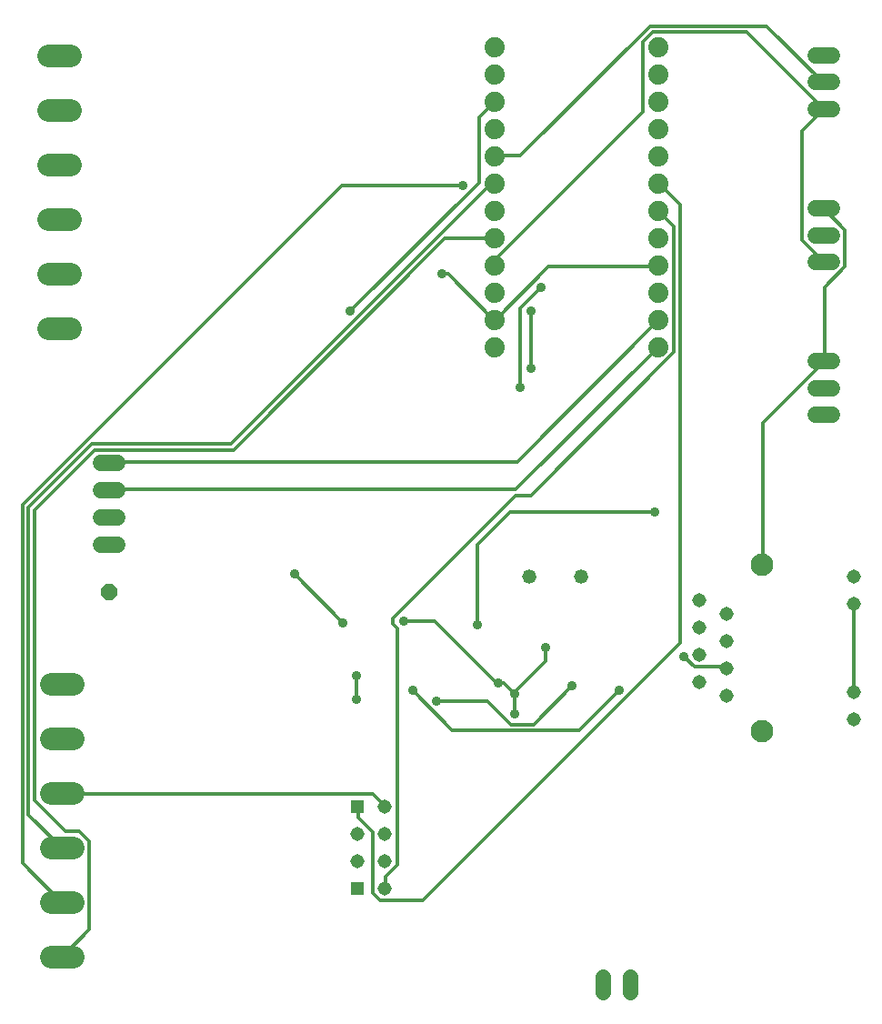
<source format=gbr>
G04 EAGLE Gerber RS-274X export*
G75*
%MOMM*%
%FSLAX34Y34*%
%LPD*%
%AMOC8*
5,1,8,0,0,1.08239X$1,22.5*%
G01*
%ADD10C,1.422400*%
%ADD11C,1.524000*%
%ADD12R,1.308000X1.308000*%
%ADD13C,1.308000*%
%ADD14C,1.879600*%
%ADD15C,2.095500*%
%ADD16C,1.320800*%
%ADD17C,2.100000*%
%ADD18P,1.632244X8X292.500000*%
%ADD19C,0.300000*%
%ADD20C,0.906400*%


D10*
X600200Y32888D02*
X600200Y47112D01*
X574800Y47112D02*
X574800Y32888D01*
D11*
X772380Y620000D02*
X787620Y620000D01*
X787620Y595000D02*
X772380Y595000D01*
X772380Y570000D02*
X787620Y570000D01*
X787620Y762500D02*
X772380Y762500D01*
X772380Y737500D02*
X787620Y737500D01*
X787620Y712500D02*
X772380Y712500D01*
D12*
X346375Y129250D03*
X346375Y205450D03*
D13*
X346375Y154650D03*
X346375Y180050D03*
X371775Y180050D03*
X371775Y154650D03*
X371775Y129250D03*
X371775Y205450D03*
D14*
X626200Y633000D03*
X626200Y658400D03*
X626200Y683800D03*
X626200Y709200D03*
X626200Y734600D03*
X626200Y760000D03*
X626200Y785400D03*
X626200Y810800D03*
X626200Y836200D03*
X626200Y861600D03*
X626200Y887000D03*
X626200Y912400D03*
X473800Y912400D03*
X473800Y887000D03*
X473800Y861600D03*
X473800Y836200D03*
X473800Y810800D03*
X473800Y785400D03*
X473800Y760000D03*
X473800Y734600D03*
X473800Y709200D03*
X473800Y683800D03*
X473800Y658400D03*
X473800Y633000D03*
D15*
X78778Y904500D02*
X57823Y904500D01*
X57823Y853700D02*
X78778Y853700D01*
X78778Y650500D02*
X57823Y650500D01*
X57823Y802900D02*
X78778Y802900D01*
X78778Y752100D02*
X57823Y752100D01*
X57823Y701300D02*
X78778Y701300D01*
X81278Y319500D02*
X60323Y319500D01*
X60323Y268700D02*
X81278Y268700D01*
X81278Y65500D02*
X60323Y65500D01*
X60323Y217900D02*
X81278Y217900D01*
X81278Y167100D02*
X60323Y167100D01*
X60323Y116300D02*
X81278Y116300D01*
D11*
X772380Y905000D02*
X787620Y905000D01*
X787620Y880000D02*
X772380Y880000D01*
X772380Y855000D02*
X787620Y855000D01*
D16*
X505870Y420000D03*
X554130Y420000D03*
D17*
X722700Y275750D03*
X722700Y430650D03*
D13*
X808400Y419450D03*
X808400Y394050D03*
X808400Y312350D03*
X808400Y286950D03*
X664300Y397600D03*
X664300Y372200D03*
X664300Y346800D03*
X664300Y321400D03*
X689700Y385000D03*
X689700Y359600D03*
X689700Y334200D03*
X689700Y308800D03*
D11*
X122620Y449400D02*
X107380Y449400D01*
X107380Y474800D02*
X122620Y474800D01*
X122620Y500200D02*
X107380Y500200D01*
X107380Y525600D02*
X122620Y525600D01*
D18*
X115000Y405000D03*
D19*
X523875Y708125D02*
X625625Y708125D01*
X523875Y708125D02*
X474375Y658625D01*
X625625Y708125D02*
X626200Y709200D01*
X474375Y658625D02*
X473800Y658400D01*
X430375Y701250D02*
X424875Y701250D01*
X430375Y701250D02*
X473000Y658625D01*
X473800Y658400D01*
X492250Y310750D02*
X492250Y291500D01*
X521125Y341000D02*
X521125Y353375D01*
X521125Y341000D02*
X492250Y312125D01*
X492250Y310750D01*
X482625Y320375D02*
X477125Y320375D01*
X482625Y320375D02*
X490875Y312125D01*
X492250Y310750D01*
X781000Y620125D02*
X781000Y688875D01*
X800250Y708125D01*
X800250Y742500D01*
X781000Y761750D01*
X781000Y620125D02*
X780000Y620000D01*
X781000Y761750D02*
X780000Y762500D01*
X808500Y393250D02*
X808500Y313500D01*
X808400Y312350D01*
X808500Y393250D02*
X808400Y394050D01*
X723250Y562375D02*
X779625Y618750D01*
X723250Y562375D02*
X723250Y431750D01*
X779625Y618750D02*
X780000Y620000D01*
X723250Y431750D02*
X722700Y430650D01*
X418000Y378125D02*
X389125Y378125D01*
X418000Y378125D02*
X475750Y320375D01*
X477125Y320375D01*
D20*
X424875Y701250D03*
X492250Y310750D03*
X492250Y291500D03*
X521125Y353375D03*
X477125Y320375D03*
X389125Y378125D03*
D19*
X507375Y613250D02*
X507375Y666875D01*
D20*
X507375Y613250D03*
X507375Y666875D03*
D19*
X473000Y785125D02*
X470250Y785125D01*
X228250Y543125D01*
X99000Y543125D01*
X39875Y484000D01*
X39875Y198000D01*
X70125Y167750D01*
X473000Y785125D02*
X473800Y785400D01*
X70125Y167750D02*
X70800Y167100D01*
X372625Y140250D02*
X372625Y129250D01*
X372625Y140250D02*
X383625Y151250D01*
X383625Y371250D01*
X379500Y375375D01*
X379500Y380875D01*
X493625Y495000D01*
X507375Y495000D01*
X640750Y628375D01*
X640750Y745250D01*
X627000Y759000D01*
X372625Y129250D02*
X371775Y129250D01*
X627000Y759000D02*
X626200Y760000D01*
X346500Y204875D02*
X346500Y195250D01*
X360250Y181500D01*
X360250Y125125D01*
X367125Y118250D01*
X407000Y118250D01*
X646250Y357500D01*
X646250Y765875D01*
X627000Y785125D01*
X346375Y205450D02*
X346500Y204875D01*
X626200Y785400D02*
X627000Y785125D01*
X497750Y811250D02*
X474375Y811250D01*
X497750Y811250D02*
X618750Y932250D01*
X727375Y932250D01*
X779625Y880000D01*
X474375Y811250D02*
X473800Y810800D01*
X779625Y880000D02*
X780000Y880000D01*
X287375Y422125D02*
X332750Y376750D01*
X339625Y666875D02*
X459250Y786500D01*
X459250Y847000D01*
X473000Y860750D01*
X473800Y861600D01*
D20*
X332750Y376750D03*
X287375Y422125D03*
X339625Y666875D03*
D19*
X497750Y669625D02*
X497750Y595375D01*
X497750Y669625D02*
X517000Y688875D01*
D20*
X497750Y595375D03*
X517000Y688875D03*
D19*
X473000Y734250D02*
X427625Y734250D01*
X231000Y537625D01*
X101750Y537625D01*
X45375Y481250D01*
X45375Y211750D01*
X74250Y182875D01*
X86625Y182875D01*
X96250Y173250D01*
X96250Y90750D01*
X71500Y66000D01*
X473000Y734250D02*
X473800Y734600D01*
X71500Y66000D02*
X70800Y65500D01*
X331375Y783750D02*
X444125Y783750D01*
X331375Y783750D02*
X34375Y486750D01*
X34375Y152625D01*
X70125Y116875D01*
X70800Y116300D01*
D20*
X444125Y783750D03*
D19*
X474375Y715000D02*
X474375Y709500D01*
X474375Y715000D02*
X611875Y852500D01*
X611875Y917125D01*
X621500Y926750D01*
X708125Y926750D01*
X779625Y855250D01*
X474375Y709500D02*
X473800Y709200D01*
X779625Y855250D02*
X780000Y855000D01*
X760375Y732875D02*
X779625Y713625D01*
X760375Y732875D02*
X760375Y834625D01*
X779625Y853875D01*
X779625Y713625D02*
X780000Y712500D01*
X779625Y853875D02*
X780000Y855000D01*
X360250Y217250D02*
X71500Y217250D01*
X360250Y217250D02*
X371250Y206250D01*
X71500Y217250D02*
X70800Y217900D01*
X371250Y206250D02*
X371775Y205450D01*
D20*
X345000Y305000D03*
D19*
X345000Y327500D01*
D20*
X345000Y327500D03*
D19*
X397375Y313500D02*
X434500Y276375D01*
X552750Y276375D01*
X589875Y313500D01*
D20*
X397375Y313500D03*
X589875Y313500D03*
D19*
X650375Y345125D02*
X660000Y335500D01*
X688875Y335500D01*
X689700Y334200D01*
X467500Y303875D02*
X419375Y303875D01*
X467500Y303875D02*
X489500Y281875D01*
X510125Y281875D01*
X545875Y317625D01*
D20*
X650375Y345125D03*
X419375Y303875D03*
X545875Y317625D03*
X457500Y375000D03*
D19*
X457500Y449126D02*
X488374Y480000D01*
X622500Y480000D01*
X457500Y449126D02*
X457500Y375000D01*
D20*
X622500Y480000D03*
D19*
X495000Y526625D02*
X115500Y526625D01*
X495000Y526625D02*
X625625Y657250D01*
X115500Y526625D02*
X115000Y525600D01*
X625625Y657250D02*
X626200Y658400D01*
X493625Y500500D02*
X115500Y500500D01*
X493625Y500500D02*
X625625Y632500D01*
X115500Y500500D02*
X115000Y500200D01*
X625625Y632500D02*
X626200Y633000D01*
M02*

</source>
